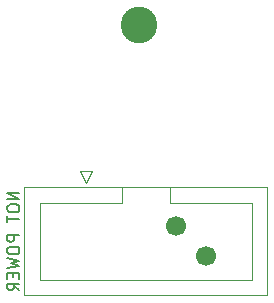
<source format=gbr>
%TF.GenerationSoftware,KiCad,Pcbnew,7.0.2*%
%TF.CreationDate,2024-01-15T12:29:35-05:00*%
%TF.ProjectId,CONTROL PCB,434f4e54-524f-44c2-9050-43422e6b6963,rev?*%
%TF.SameCoordinates,Original*%
%TF.FileFunction,Legend,Bot*%
%TF.FilePolarity,Positive*%
%FSLAX46Y46*%
G04 Gerber Fmt 4.6, Leading zero omitted, Abs format (unit mm)*
G04 Created by KiCad (PCBNEW 7.0.2) date 2024-01-15 12:29:35*
%MOMM*%
%LPD*%
G01*
G04 APERTURE LIST*
%ADD10C,0.150000*%
%ADD11C,0.120000*%
%ADD12C,3.100000*%
%ADD13C,1.700000*%
G04 APERTURE END LIST*
D10*
%TO.C,NOT POWER*%
X114822619Y-69150952D02*
X113822619Y-69150952D01*
X113822619Y-69150952D02*
X114822619Y-69722380D01*
X114822619Y-69722380D02*
X113822619Y-69722380D01*
X113822619Y-70389047D02*
X113822619Y-70579523D01*
X113822619Y-70579523D02*
X113870238Y-70674761D01*
X113870238Y-70674761D02*
X113965476Y-70769999D01*
X113965476Y-70769999D02*
X114155952Y-70817618D01*
X114155952Y-70817618D02*
X114489285Y-70817618D01*
X114489285Y-70817618D02*
X114679761Y-70769999D01*
X114679761Y-70769999D02*
X114775000Y-70674761D01*
X114775000Y-70674761D02*
X114822619Y-70579523D01*
X114822619Y-70579523D02*
X114822619Y-70389047D01*
X114822619Y-70389047D02*
X114775000Y-70293809D01*
X114775000Y-70293809D02*
X114679761Y-70198571D01*
X114679761Y-70198571D02*
X114489285Y-70150952D01*
X114489285Y-70150952D02*
X114155952Y-70150952D01*
X114155952Y-70150952D02*
X113965476Y-70198571D01*
X113965476Y-70198571D02*
X113870238Y-70293809D01*
X113870238Y-70293809D02*
X113822619Y-70389047D01*
X113822619Y-71103333D02*
X113822619Y-71674761D01*
X114822619Y-71389047D02*
X113822619Y-71389047D01*
X114822619Y-72770000D02*
X113822619Y-72770000D01*
X113822619Y-72770000D02*
X113822619Y-73150952D01*
X113822619Y-73150952D02*
X113870238Y-73246190D01*
X113870238Y-73246190D02*
X113917857Y-73293809D01*
X113917857Y-73293809D02*
X114013095Y-73341428D01*
X114013095Y-73341428D02*
X114155952Y-73341428D01*
X114155952Y-73341428D02*
X114251190Y-73293809D01*
X114251190Y-73293809D02*
X114298809Y-73246190D01*
X114298809Y-73246190D02*
X114346428Y-73150952D01*
X114346428Y-73150952D02*
X114346428Y-72770000D01*
X113822619Y-73960476D02*
X113822619Y-74150952D01*
X113822619Y-74150952D02*
X113870238Y-74246190D01*
X113870238Y-74246190D02*
X113965476Y-74341428D01*
X113965476Y-74341428D02*
X114155952Y-74389047D01*
X114155952Y-74389047D02*
X114489285Y-74389047D01*
X114489285Y-74389047D02*
X114679761Y-74341428D01*
X114679761Y-74341428D02*
X114775000Y-74246190D01*
X114775000Y-74246190D02*
X114822619Y-74150952D01*
X114822619Y-74150952D02*
X114822619Y-73960476D01*
X114822619Y-73960476D02*
X114775000Y-73865238D01*
X114775000Y-73865238D02*
X114679761Y-73770000D01*
X114679761Y-73770000D02*
X114489285Y-73722381D01*
X114489285Y-73722381D02*
X114155952Y-73722381D01*
X114155952Y-73722381D02*
X113965476Y-73770000D01*
X113965476Y-73770000D02*
X113870238Y-73865238D01*
X113870238Y-73865238D02*
X113822619Y-73960476D01*
X113822619Y-74722381D02*
X114822619Y-74960476D01*
X114822619Y-74960476D02*
X114108333Y-75150952D01*
X114108333Y-75150952D02*
X114822619Y-75341428D01*
X114822619Y-75341428D02*
X113822619Y-75579524D01*
X114298809Y-75960476D02*
X114298809Y-76293809D01*
X114822619Y-76436666D02*
X114822619Y-75960476D01*
X114822619Y-75960476D02*
X113822619Y-75960476D01*
X113822619Y-75960476D02*
X113822619Y-76436666D01*
X114822619Y-77436666D02*
X114346428Y-77103333D01*
X114822619Y-76865238D02*
X113822619Y-76865238D01*
X113822619Y-76865238D02*
X113822619Y-77246190D01*
X113822619Y-77246190D02*
X113870238Y-77341428D01*
X113870238Y-77341428D02*
X113917857Y-77389047D01*
X113917857Y-77389047D02*
X114013095Y-77436666D01*
X114013095Y-77436666D02*
X114155952Y-77436666D01*
X114155952Y-77436666D02*
X114251190Y-77389047D01*
X114251190Y-77389047D02*
X114298809Y-77341428D01*
X114298809Y-77341428D02*
X114346428Y-77246190D01*
X114346428Y-77246190D02*
X114346428Y-76865238D01*
D11*
X120960000Y-67320000D02*
X120460000Y-68320000D01*
X119960000Y-67320000D02*
X120960000Y-67320000D01*
X120460000Y-68320000D02*
X119960000Y-67320000D01*
X135830000Y-68710000D02*
X115250000Y-68710000D01*
X123490000Y-68710000D02*
X123490000Y-70020000D01*
X115250000Y-68710000D02*
X115250000Y-77830000D01*
X134530000Y-70020000D02*
X127590000Y-70020000D01*
X127590000Y-70020000D02*
X127590000Y-68710000D01*
X127590000Y-70020000D02*
X127590000Y-70020000D01*
X123490000Y-70020000D02*
X116550000Y-70020000D01*
X116550000Y-70020000D02*
X116550000Y-76520000D01*
X134530000Y-76520000D02*
X134530000Y-70020000D01*
X116550000Y-76520000D02*
X134530000Y-76520000D01*
X135830000Y-77830000D02*
X135830000Y-68710000D01*
X115250000Y-77830000D02*
X135830000Y-77830000D01*
%TD*%
D12*
%TO.C,MODE*%
X125000000Y-55000000D03*
%TD*%
D13*
%TO.C,NOT POWER*%
X128080000Y-72000000D03*
X130620000Y-74540000D03*
%TD*%
M02*

</source>
